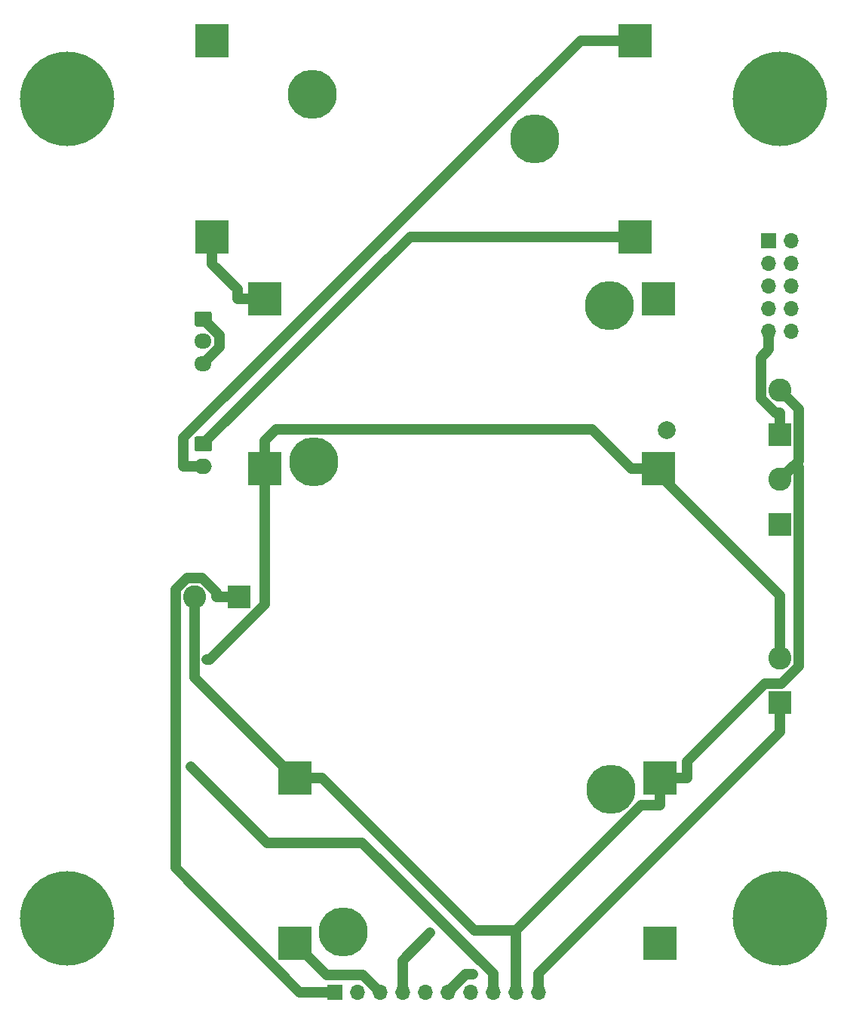
<source format=gbl>
G04 #@! TF.GenerationSoftware,KiCad,Pcbnew,5.1.10*
G04 #@! TF.CreationDate,2021-07-21T04:13:33-05:00*
G04 #@! TF.ProjectId,Power Board,506f7765-7220-4426-9f61-72642e6b6963,rev?*
G04 #@! TF.SameCoordinates,Original*
G04 #@! TF.FileFunction,Copper,L2,Bot*
G04 #@! TF.FilePolarity,Positive*
%FSLAX46Y46*%
G04 Gerber Fmt 4.6, Leading zero omitted, Abs format (unit mm)*
G04 Created by KiCad (PCBNEW 5.1.10) date 2021-07-21 04:13:33*
%MOMM*%
%LPD*%
G01*
G04 APERTURE LIST*
G04 #@! TA.AperFunction,ComponentPad*
%ADD10O,1.700000X1.700000*%
G04 #@! TD*
G04 #@! TA.AperFunction,ComponentPad*
%ADD11R,1.700000X1.700000*%
G04 #@! TD*
G04 #@! TA.AperFunction,ComponentPad*
%ADD12C,10.600000*%
G04 #@! TD*
G04 #@! TA.AperFunction,ComponentPad*
%ADD13C,0.900000*%
G04 #@! TD*
G04 #@! TA.AperFunction,ComponentPad*
%ADD14C,2.600000*%
G04 #@! TD*
G04 #@! TA.AperFunction,ComponentPad*
%ADD15R,2.600000X2.600000*%
G04 #@! TD*
G04 #@! TA.AperFunction,ComponentPad*
%ADD16O,2.000000X1.700000*%
G04 #@! TD*
G04 #@! TA.AperFunction,ComponentPad*
%ADD17R,3.750000X3.750000*%
G04 #@! TD*
G04 #@! TA.AperFunction,ComponentPad*
%ADD18C,0.500000*%
G04 #@! TD*
G04 #@! TA.AperFunction,ComponentPad*
%ADD19C,5.500000*%
G04 #@! TD*
G04 #@! TA.AperFunction,ComponentPad*
%ADD20C,2.000000*%
G04 #@! TD*
G04 #@! TA.AperFunction,ComponentPad*
%ADD21O,1.950000X1.700000*%
G04 #@! TD*
G04 #@! TA.AperFunction,ViaPad*
%ADD22C,0.800000*%
G04 #@! TD*
G04 #@! TA.AperFunction,Conductor*
%ADD23C,1.200000*%
G04 #@! TD*
G04 APERTURE END LIST*
D10*
X108790000Y-52120000D03*
X106250000Y-52120000D03*
X108790000Y-49580000D03*
X106250000Y-49580000D03*
X108790000Y-47040000D03*
X106250000Y-47040000D03*
X108790000Y-44500000D03*
X106250000Y-44500000D03*
X108790000Y-41960000D03*
D11*
X106250000Y-41960000D03*
D12*
X107500000Y-26000000D03*
D13*
X111475000Y-26000000D03*
X110310749Y-28810749D03*
X107500000Y-29975000D03*
X104689251Y-28810749D03*
X103525000Y-26000000D03*
X104689251Y-23189251D03*
X107500000Y-22025000D03*
X110310749Y-23189251D03*
D14*
X107500000Y-58750000D03*
D15*
X107500000Y-63750000D03*
D12*
X107500000Y-118000000D03*
D13*
X111475000Y-118000000D03*
X110310749Y-120810749D03*
X107500000Y-121975000D03*
X104689251Y-120810749D03*
X103525000Y-118000000D03*
X104689251Y-115189251D03*
X107500000Y-114025000D03*
X110310749Y-115189251D03*
D16*
X42750000Y-67250000D03*
G04 #@! TA.AperFunction,ComponentPad*
G36*
G01*
X42000000Y-63900000D02*
X43500000Y-63900000D01*
G75*
G02*
X43750000Y-64150000I0J-250000D01*
G01*
X43750000Y-65350000D01*
G75*
G02*
X43500000Y-65600000I-250000J0D01*
G01*
X42000000Y-65600000D01*
G75*
G02*
X41750000Y-65350000I0J250000D01*
G01*
X41750000Y-64150000D01*
G75*
G02*
X42000000Y-63900000I250000J0D01*
G01*
G37*
G04 #@! TD.AperFunction*
D10*
X80360000Y-126250000D03*
X77820000Y-126250000D03*
X75280000Y-126250000D03*
X72740000Y-126250000D03*
X70200000Y-126250000D03*
X67660000Y-126250000D03*
X65120000Y-126250000D03*
X62580000Y-126250000D03*
X60040000Y-126250000D03*
D11*
X57500000Y-126250000D03*
D17*
X93850000Y-48500000D03*
X93850000Y-67500000D03*
X49650000Y-48500000D03*
X49650000Y-67500000D03*
D18*
X53629720Y-65179720D03*
X56670280Y-65179720D03*
X53000000Y-66700000D03*
X56670280Y-68220280D03*
X55150000Y-64550000D03*
X55150000Y-68850000D03*
X53629720Y-68220280D03*
X57300000Y-66700000D03*
X86829720Y-50820280D03*
X88350000Y-51450000D03*
X89870280Y-50820280D03*
X90500000Y-49300000D03*
X89870280Y-47779720D03*
X86829720Y-47779720D03*
X86200000Y-49300000D03*
X88350000Y-47150000D03*
D19*
X55150000Y-66750000D03*
X88350000Y-49250000D03*
D20*
X94750000Y-63200000D03*
D12*
X27500000Y-26000000D03*
D13*
X31475000Y-26000000D03*
X30310749Y-28810749D03*
X27500000Y-29975000D03*
X24689251Y-28810749D03*
X23525000Y-26000000D03*
X24689251Y-23189251D03*
X27500000Y-22025000D03*
X30310749Y-23189251D03*
D12*
X27500000Y-118000000D03*
D13*
X31475000Y-118000000D03*
X30310749Y-120810749D03*
X27500000Y-121975000D03*
X24689251Y-120810749D03*
X23525000Y-118000000D03*
X24689251Y-115189251D03*
X27500000Y-114025000D03*
X30310749Y-115189251D03*
D14*
X107500000Y-88750000D03*
D15*
X107500000Y-93750000D03*
D14*
X41750000Y-81900000D03*
D15*
X46750000Y-81900000D03*
D18*
X78479720Y-29000000D03*
X56520280Y-23979720D03*
X52850000Y-25500000D03*
X53479720Y-27020280D03*
X56520280Y-27020280D03*
X57150000Y-25500000D03*
X55000000Y-27750000D03*
X81520280Y-28979720D03*
X77850000Y-30500000D03*
D19*
X80000000Y-30500000D03*
X55000000Y-25500000D03*
D18*
X80000000Y-28350000D03*
X55000000Y-23350000D03*
X53479720Y-23979720D03*
X80000000Y-32650000D03*
X82150000Y-30500000D03*
D17*
X91250000Y-41500000D03*
X91250000Y-19500000D03*
X43750000Y-41500000D03*
X43750000Y-19500000D03*
D18*
X78479720Y-32000000D03*
X81520280Y-32020280D03*
D14*
X107500000Y-68750000D03*
D15*
X107500000Y-73750000D03*
D17*
X53000000Y-120750000D03*
X53000000Y-102250000D03*
X94000000Y-120750000D03*
X94000000Y-102250000D03*
D18*
X90020280Y-105020280D03*
X86979720Y-105020280D03*
X90650000Y-103500000D03*
X86979720Y-101979720D03*
X88500000Y-105650000D03*
X88500000Y-101350000D03*
X90020280Y-101979720D03*
X86350000Y-103500000D03*
X60020280Y-117979720D03*
X58500000Y-117350000D03*
X56979720Y-117979720D03*
X56350000Y-119500000D03*
X56979720Y-121020280D03*
X60020280Y-121020280D03*
X60650000Y-119500000D03*
X58500000Y-121650000D03*
D19*
X88500000Y-103500000D03*
X58500000Y-119500000D03*
D21*
X42750000Y-55750000D03*
X42750000Y-53250000D03*
G04 #@! TA.AperFunction,ComponentPad*
G36*
G01*
X42025000Y-49900000D02*
X43475000Y-49900000D01*
G75*
G02*
X43725000Y-50150000I0J-250000D01*
G01*
X43725000Y-51350000D01*
G75*
G02*
X43475000Y-51600000I-250000J0D01*
G01*
X42025000Y-51600000D01*
G75*
G02*
X41775000Y-51350000I0J250000D01*
G01*
X41775000Y-50150000D01*
G75*
G02*
X42025000Y-49900000I250000J0D01*
G01*
G37*
G04 #@! TD.AperFunction*
D22*
X68232900Y-119601900D03*
X43156300Y-88919400D03*
X41371700Y-100960400D03*
X73035300Y-124286200D03*
D23*
X65120000Y-126250000D02*
X65120000Y-122714800D01*
X65120000Y-122714800D02*
X68232900Y-119601900D01*
X42750000Y-67250000D02*
X40550000Y-67250000D01*
X40550000Y-67250000D02*
X40550000Y-64085000D01*
X40550000Y-64085000D02*
X85135000Y-19500000D01*
X85135000Y-19500000D02*
X91250000Y-19500000D01*
X91250000Y-41500000D02*
X66000000Y-41500000D01*
X66000000Y-41500000D02*
X42750000Y-64750000D01*
X106250000Y-52120000D02*
X106250000Y-54170000D01*
X107500000Y-63750000D02*
X107500000Y-61250000D01*
X107500000Y-61250000D02*
X106965600Y-61250000D01*
X106965600Y-61250000D02*
X105362800Y-59647200D01*
X105362800Y-59647200D02*
X105362800Y-55057200D01*
X105362800Y-55057200D02*
X106250000Y-54170000D01*
X43156300Y-88919400D02*
X43512300Y-88919400D01*
X43512300Y-88919400D02*
X49650000Y-82781700D01*
X49650000Y-82781700D02*
X49650000Y-67500000D01*
X92928000Y-67500000D02*
X93223000Y-67500000D01*
X93223000Y-67500000D02*
X107500000Y-81777000D01*
X107500000Y-81777000D02*
X107500000Y-88750000D01*
X92928000Y-67500000D02*
X90775000Y-67500000D01*
X93850000Y-67500000D02*
X92928000Y-67500000D01*
X49650000Y-67500000D02*
X49650000Y-64425000D01*
X49650000Y-64425000D02*
X50913900Y-63161100D01*
X50913900Y-63161100D02*
X86436100Y-63161100D01*
X86436100Y-63161100D02*
X90775000Y-67500000D01*
X42750000Y-50750000D02*
X44572300Y-52572300D01*
X44572300Y-52572300D02*
X44572300Y-53927700D01*
X44572300Y-53927700D02*
X42750000Y-55750000D01*
X41371700Y-100960400D02*
X49933700Y-109522400D01*
X49933700Y-109522400D02*
X60602400Y-109522400D01*
X60602400Y-109522400D02*
X75280000Y-124200000D01*
X75280000Y-126250000D02*
X75280000Y-124200000D01*
X49650000Y-48500000D02*
X46575000Y-48500000D01*
X43750000Y-41500000D02*
X43750000Y-44575000D01*
X43750000Y-44575000D02*
X46575000Y-47400000D01*
X46575000Y-47400000D02*
X46575000Y-48500000D01*
X94000000Y-102250000D02*
X94000000Y-105325000D01*
X77820000Y-119365100D02*
X73190100Y-119365100D01*
X73190100Y-119365100D02*
X56075000Y-102250000D01*
X94000000Y-105325000D02*
X91860100Y-105325000D01*
X91860100Y-105325000D02*
X77820000Y-119365100D01*
X77820000Y-119365100D02*
X77820000Y-124200000D01*
X53000000Y-102250000D02*
X56075000Y-102250000D01*
X41750000Y-81900000D02*
X41750000Y-91000000D01*
X41750000Y-91000000D02*
X53000000Y-102250000D01*
X94000000Y-102250000D02*
X97075000Y-102250000D01*
X109250300Y-66999700D02*
X109606200Y-67355600D01*
X109606200Y-67355600D02*
X109606200Y-89663800D01*
X109606200Y-89663800D02*
X107620400Y-91649600D01*
X107620400Y-91649600D02*
X105781400Y-91649600D01*
X105781400Y-91649600D02*
X97075000Y-100356000D01*
X97075000Y-100356000D02*
X97075000Y-102250000D01*
X109250300Y-66999700D02*
X109600400Y-66649600D01*
X109600400Y-66649600D02*
X109600400Y-60850400D01*
X109600400Y-60850400D02*
X107500000Y-58750000D01*
X107500000Y-68750000D02*
X109250300Y-66999700D01*
X77820000Y-126250000D02*
X77820000Y-124200000D01*
X53000000Y-120750000D02*
X56588100Y-124338100D01*
X56588100Y-124338100D02*
X60668100Y-124338100D01*
X60668100Y-124338100D02*
X62580000Y-126250000D01*
X46750000Y-81900000D02*
X44250000Y-81900000D01*
X44250000Y-81900000D02*
X44250000Y-81369700D01*
X44250000Y-81369700D02*
X42659700Y-79779400D01*
X42659700Y-79779400D02*
X40893500Y-79779400D01*
X40893500Y-79779400D02*
X39640000Y-81032900D01*
X39640000Y-81032900D02*
X39640000Y-112311500D01*
X39640000Y-112311500D02*
X53578500Y-126250000D01*
X53578500Y-126250000D02*
X57500000Y-126250000D01*
X70200000Y-126250000D02*
X72163800Y-124286200D01*
X72163800Y-124286200D02*
X73035300Y-124286200D01*
X80360000Y-126250000D02*
X80360000Y-124200000D01*
X80360000Y-124200000D02*
X107500000Y-97060000D01*
X107500000Y-97060000D02*
X107500000Y-93750000D01*
M02*

</source>
